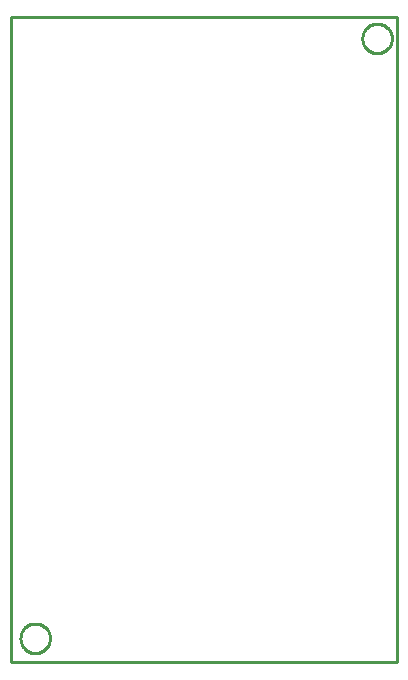
<source format=gbr>
G04 EAGLE Gerber RS-274X export*
G75*
%MOMM*%
%FSLAX34Y34*%
%LPD*%
%IN*%
%IPPOS*%
%AMOC8*
5,1,8,0,0,1.08239X$1,22.5*%
G01*
%ADD10C,0.254000*%


D10*
X12700Y0D02*
X339600Y0D01*
X339600Y546000D01*
X12700Y546000D01*
X12700Y0D01*
X45520Y19829D02*
X45443Y18850D01*
X45289Y17880D01*
X45060Y16924D01*
X44756Y15990D01*
X44381Y15083D01*
X43935Y14208D01*
X43421Y13370D01*
X42844Y12575D01*
X42206Y11828D01*
X41512Y11134D01*
X40765Y10496D01*
X39970Y9919D01*
X39132Y9405D01*
X38257Y8959D01*
X37350Y8584D01*
X36416Y8280D01*
X35461Y8051D01*
X34490Y7897D01*
X33511Y7820D01*
X32529Y7820D01*
X31550Y7897D01*
X30580Y8051D01*
X29624Y8280D01*
X28690Y8584D01*
X27783Y8959D01*
X26908Y9405D01*
X26070Y9919D01*
X25275Y10496D01*
X24528Y11134D01*
X23834Y11828D01*
X23196Y12575D01*
X22619Y13370D01*
X22105Y14208D01*
X21659Y15083D01*
X21284Y15990D01*
X20980Y16924D01*
X20751Y17880D01*
X20597Y18850D01*
X20520Y19829D01*
X20520Y20811D01*
X20597Y21790D01*
X20751Y22761D01*
X20980Y23716D01*
X21284Y24650D01*
X21659Y25557D01*
X22105Y26432D01*
X22619Y27270D01*
X23196Y28065D01*
X23834Y28812D01*
X24528Y29506D01*
X25275Y30144D01*
X26070Y30721D01*
X26908Y31235D01*
X27783Y31681D01*
X28690Y32056D01*
X29624Y32360D01*
X30580Y32589D01*
X31550Y32743D01*
X32529Y32820D01*
X33511Y32820D01*
X34490Y32743D01*
X35461Y32589D01*
X36416Y32360D01*
X37350Y32056D01*
X38257Y31681D01*
X39132Y31235D01*
X39970Y30721D01*
X40765Y30144D01*
X41512Y29506D01*
X42206Y28812D01*
X42844Y28065D01*
X43421Y27270D01*
X43935Y26432D01*
X44381Y25557D01*
X44756Y24650D01*
X45060Y23716D01*
X45289Y22761D01*
X45443Y21790D01*
X45520Y20811D01*
X45520Y19829D01*
X335000Y527749D02*
X334923Y526770D01*
X334769Y525800D01*
X334540Y524844D01*
X334236Y523910D01*
X333861Y523003D01*
X333415Y522128D01*
X332901Y521290D01*
X332324Y520495D01*
X331686Y519748D01*
X330992Y519054D01*
X330245Y518416D01*
X329450Y517839D01*
X328612Y517325D01*
X327737Y516879D01*
X326830Y516504D01*
X325896Y516200D01*
X324941Y515971D01*
X323970Y515817D01*
X322991Y515740D01*
X322009Y515740D01*
X321030Y515817D01*
X320060Y515971D01*
X319104Y516200D01*
X318170Y516504D01*
X317263Y516879D01*
X316388Y517325D01*
X315550Y517839D01*
X314755Y518416D01*
X314008Y519054D01*
X313314Y519748D01*
X312676Y520495D01*
X312099Y521290D01*
X311585Y522128D01*
X311139Y523003D01*
X310764Y523910D01*
X310460Y524844D01*
X310231Y525800D01*
X310077Y526770D01*
X310000Y527749D01*
X310000Y528731D01*
X310077Y529710D01*
X310231Y530681D01*
X310460Y531636D01*
X310764Y532570D01*
X311139Y533477D01*
X311585Y534352D01*
X312099Y535190D01*
X312676Y535985D01*
X313314Y536732D01*
X314008Y537426D01*
X314755Y538064D01*
X315550Y538641D01*
X316388Y539155D01*
X317263Y539601D01*
X318170Y539976D01*
X319104Y540280D01*
X320060Y540509D01*
X321030Y540663D01*
X322009Y540740D01*
X322991Y540740D01*
X323970Y540663D01*
X324941Y540509D01*
X325896Y540280D01*
X326830Y539976D01*
X327737Y539601D01*
X328612Y539155D01*
X329450Y538641D01*
X330245Y538064D01*
X330992Y537426D01*
X331686Y536732D01*
X332324Y535985D01*
X332901Y535190D01*
X333415Y534352D01*
X333861Y533477D01*
X334236Y532570D01*
X334540Y531636D01*
X334769Y530681D01*
X334923Y529710D01*
X335000Y528731D01*
X335000Y527749D01*
M02*

</source>
